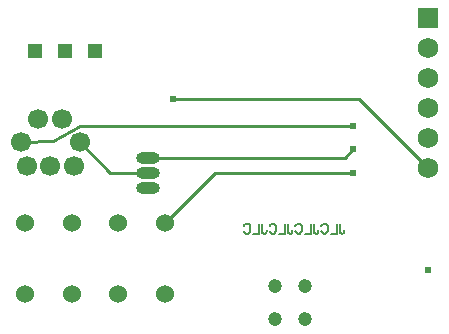
<source format=gbl>
G04 Layer: BottomLayer*
G04 EasyEDA v6.5.15, 2022-09-09 10:58:47*
G04 19121817273c46a5bb41958087e4de9f,cdadd2d4b4cb47a19753abecc85b3b56,10*
G04 Gerber Generator version 0.2*
G04 Scale: 100 percent, Rotated: No, Reflected: No *
G04 Dimensions in millimeters *
G04 leading zeros omitted , absolute positions ,4 integer and 5 decimal *
%FSLAX45Y45*%
%MOMM*%

%ADD10C,0.2000*%
%ADD11C,0.2540*%
%ADD12C,1.1938*%
%ADD13O,1.9999959999999999X0.9999979999999999*%
%ADD14C,1.5240*%
%ADD15C,1.7000*%
%ADD16R,1.3005X1.3005*%
%ADD17C,1.7501*%
%ADD18R,1.7501X1.7501*%
%ADD19C,0.6096*%

%LPD*%
D10*
X4761991Y-3343147D02*
G01*
X4761991Y-3405123D01*
X4765802Y-3416554D01*
X4769611Y-3420618D01*
X4777486Y-3424428D01*
X4785106Y-3424428D01*
X4792979Y-3420618D01*
X4796790Y-3416554D01*
X4800600Y-3405123D01*
X4800600Y-3397250D01*
X4736338Y-3343147D02*
G01*
X4736338Y-3424428D01*
X4736338Y-3424428D02*
G01*
X4690109Y-3424428D01*
X4606543Y-3362452D02*
G01*
X4610608Y-3354831D01*
X4618227Y-3347212D01*
X4625847Y-3343147D01*
X4641341Y-3343147D01*
X4649215Y-3347212D01*
X4656836Y-3354831D01*
X4660645Y-3362452D01*
X4664709Y-3374136D01*
X4664709Y-3393439D01*
X4660645Y-3405123D01*
X4656836Y-3412744D01*
X4649215Y-3420618D01*
X4641341Y-3424428D01*
X4625847Y-3424428D01*
X4618227Y-3420618D01*
X4610608Y-3412744D01*
X4606543Y-3405123D01*
X4542536Y-3343147D02*
G01*
X4542536Y-3405123D01*
X4546345Y-3416554D01*
X4550156Y-3420618D01*
X4558029Y-3424428D01*
X4565650Y-3424428D01*
X4573524Y-3420618D01*
X4577334Y-3416554D01*
X4581143Y-3405123D01*
X4581143Y-3397250D01*
X4517136Y-3343147D02*
G01*
X4517136Y-3424428D01*
X4517136Y-3424428D02*
G01*
X4470654Y-3424428D01*
X4387088Y-3362452D02*
G01*
X4391152Y-3354831D01*
X4398772Y-3347212D01*
X4406391Y-3343147D01*
X4421886Y-3343147D01*
X4429759Y-3347212D01*
X4437379Y-3354831D01*
X4441190Y-3362452D01*
X4445254Y-3374136D01*
X4445254Y-3393439D01*
X4441190Y-3405123D01*
X4437379Y-3412744D01*
X4429759Y-3420618D01*
X4421886Y-3424428D01*
X4406391Y-3424428D01*
X4398772Y-3420618D01*
X4391152Y-3412744D01*
X4387088Y-3405123D01*
X4323079Y-3343147D02*
G01*
X4323079Y-3405123D01*
X4326890Y-3416554D01*
X4330700Y-3420618D01*
X4338574Y-3424428D01*
X4346193Y-3424428D01*
X4354068Y-3420618D01*
X4357877Y-3416554D01*
X4361688Y-3405123D01*
X4361688Y-3397250D01*
X4297679Y-3343147D02*
G01*
X4297679Y-3424428D01*
X4297679Y-3424428D02*
G01*
X4251197Y-3424428D01*
X4167631Y-3362452D02*
G01*
X4171695Y-3354831D01*
X4179315Y-3347212D01*
X4186936Y-3343147D01*
X4202429Y-3343147D01*
X4210304Y-3347212D01*
X4217924Y-3354831D01*
X4221734Y-3362452D01*
X4225797Y-3374136D01*
X4225797Y-3393439D01*
X4221734Y-3405123D01*
X4217924Y-3412744D01*
X4210304Y-3420618D01*
X4202429Y-3424428D01*
X4186936Y-3424428D01*
X4179315Y-3420618D01*
X4171695Y-3412744D01*
X4167631Y-3405123D01*
X4103624Y-3343147D02*
G01*
X4103624Y-3405123D01*
X4107434Y-3416554D01*
X4111243Y-3420618D01*
X4119118Y-3424428D01*
X4126738Y-3424428D01*
X4134611Y-3420618D01*
X4138422Y-3416554D01*
X4142231Y-3405123D01*
X4142231Y-3397250D01*
X4078224Y-3343147D02*
G01*
X4078224Y-3424428D01*
X4078224Y-3424428D02*
G01*
X4031741Y-3424428D01*
X3948175Y-3362452D02*
G01*
X3952240Y-3354831D01*
X3959859Y-3347212D01*
X3967479Y-3343147D01*
X3982974Y-3343147D01*
X3990847Y-3347212D01*
X3998468Y-3354831D01*
X4002277Y-3362452D01*
X4006341Y-3374136D01*
X4006341Y-3393439D01*
X4002277Y-3405123D01*
X3998468Y-3412744D01*
X3990847Y-3420618D01*
X3982974Y-3424428D01*
X3967479Y-3424428D01*
X3959859Y-3420618D01*
X3952240Y-3412744D01*
X3948175Y-3405123D01*
D11*
X3351936Y-2286000D02*
G01*
X4927600Y-2286000D01*
X5511800Y-2870200D01*
X4876800Y-2712720D02*
G01*
X4808220Y-2781300D01*
X3136900Y-2781300D01*
X4876800Y-2913379D02*
G01*
X3706622Y-2913379D01*
X3282950Y-3337052D01*
X2561386Y-2652395D02*
G01*
X2817291Y-2908300D01*
X3136900Y-2908300D01*
X2061387Y-2652395D02*
G01*
X2336800Y-2641600D01*
X2565400Y-2514600D01*
X4874259Y-2514600D01*
X4876800Y-2512060D01*
D12*
G01*
X4216654Y-3868420D03*
G01*
X4470654Y-3868420D03*
G01*
X4216654Y-4147820D03*
G01*
X4470654Y-4147820D03*
D13*
G01*
X3136900Y-2781300D03*
G01*
X3136900Y-2908300D03*
G01*
X3136900Y-3035300D03*
D14*
G01*
X2095500Y-3337052D03*
G01*
X2095500Y-3937000D03*
G01*
X2495550Y-3337052D03*
G01*
X2495550Y-3937000D03*
G01*
X2882900Y-3337052D03*
G01*
X2882900Y-3937000D03*
G01*
X3282950Y-3337052D03*
G01*
X3282950Y-3937000D03*
D15*
G01*
X2211400Y-2452395D03*
G01*
X2411399Y-2452395D03*
G01*
X2061387Y-2652395D03*
G01*
X2561386Y-2652395D03*
G01*
X2111400Y-2852394D03*
G01*
X2311400Y-2852394D03*
G01*
X2511399Y-2852394D03*
D16*
G01*
X2184400Y-1879600D03*
G01*
X2438400Y-1879600D03*
G01*
X2692400Y-1879600D03*
D17*
G01*
X5511800Y-2362200D03*
G01*
X5511800Y-2108200D03*
G01*
X5511800Y-1854200D03*
D18*
G01*
X5511927Y-1600072D03*
D17*
G01*
X5511800Y-2616200D03*
G01*
X5511800Y-2870200D03*
D19*
G01*
X4876800Y-2913379D03*
G01*
X4876800Y-2512060D03*
G01*
X4876800Y-2712720D03*
G01*
X5511800Y-3733800D03*
G01*
X3351936Y-2286000D03*
M02*

</source>
